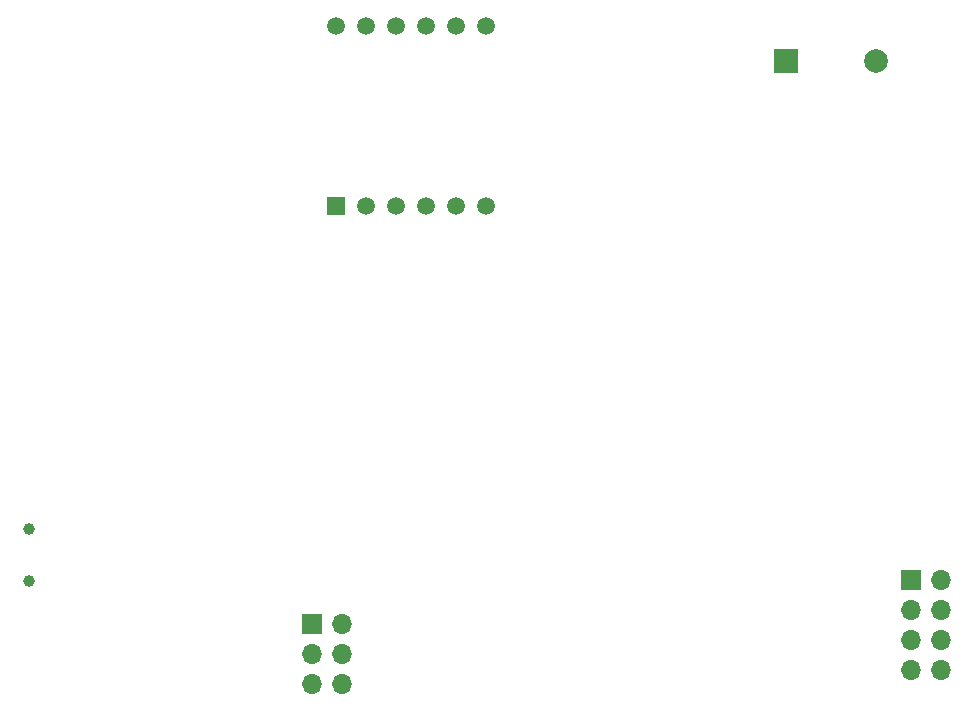
<source format=gbr>
%TF.GenerationSoftware,KiCad,Pcbnew,(7.0.0)*%
%TF.CreationDate,2023-04-24T10:23:05-06:00*%
%TF.ProjectId,Phase_B_Prototype,50686173-655f-4425-9f50-726f746f7479,rev?*%
%TF.SameCoordinates,Original*%
%TF.FileFunction,Soldermask,Bot*%
%TF.FilePolarity,Negative*%
%FSLAX46Y46*%
G04 Gerber Fmt 4.6, Leading zero omitted, Abs format (unit mm)*
G04 Created by KiCad (PCBNEW (7.0.0)) date 2023-04-24 10:23:05*
%MOMM*%
%LPD*%
G01*
G04 APERTURE LIST*
%ADD10R,1.500000X1.500000*%
%ADD11C,1.500000*%
%ADD12C,1.000000*%
%ADD13R,2.000000X2.000000*%
%ADD14C,2.000000*%
%ADD15R,1.700000X1.700000*%
%ADD16O,1.700000X1.700000*%
G04 APERTURE END LIST*
D10*
%TO.C,U1*%
X212299999Y-83239999D03*
D11*
X214840000Y-83240000D03*
X217380000Y-83240000D03*
X219920000Y-83240000D03*
X222460000Y-83240000D03*
X225000000Y-83240000D03*
X225000000Y-68000000D03*
X222460000Y-68000000D03*
X219920000Y-68000000D03*
X217380000Y-68000000D03*
X214840000Y-68000000D03*
X212300000Y-68000000D03*
%TD*%
D12*
%TO.C,J1*%
X186300000Y-110600000D03*
X186300000Y-115000000D03*
%TD*%
D13*
%TO.C,LS1*%
X250399999Y-70999999D03*
D14*
X258000000Y-71000000D03*
%TD*%
D15*
%TO.C,J3*%
X260959999Y-114919999D03*
D16*
X263499999Y-114919999D03*
X260959999Y-117459999D03*
X263499999Y-117459999D03*
X260959999Y-119999999D03*
X263499999Y-119999999D03*
X260959999Y-122539999D03*
X263499999Y-122539999D03*
%TD*%
D15*
%TO.C,J2*%
X210209999Y-118669999D03*
D16*
X212749999Y-118669999D03*
X210209999Y-121209999D03*
X212749999Y-121209999D03*
X210209999Y-123749999D03*
X212749999Y-123749999D03*
%TD*%
M02*

</source>
